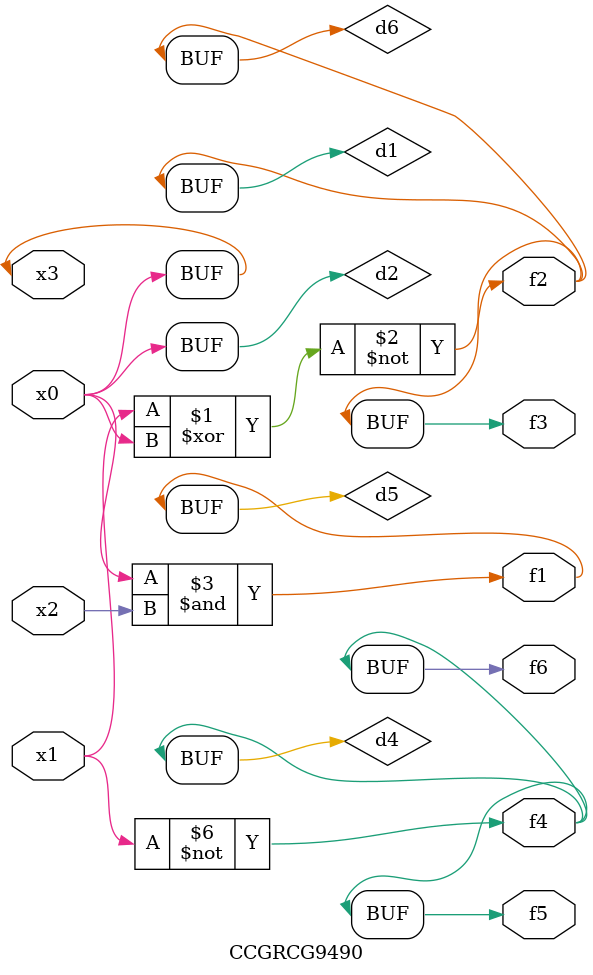
<source format=v>
module CCGRCG9490(
	input x0, x1, x2, x3,
	output f1, f2, f3, f4, f5, f6
);

	wire d1, d2, d3, d4, d5, d6;

	xnor (d1, x1, x3);
	buf (d2, x0, x3);
	nand (d3, x0, x2);
	not (d4, x1);
	nand (d5, d3);
	or (d6, d1);
	assign f1 = d5;
	assign f2 = d6;
	assign f3 = d6;
	assign f4 = d4;
	assign f5 = d4;
	assign f6 = d4;
endmodule

</source>
